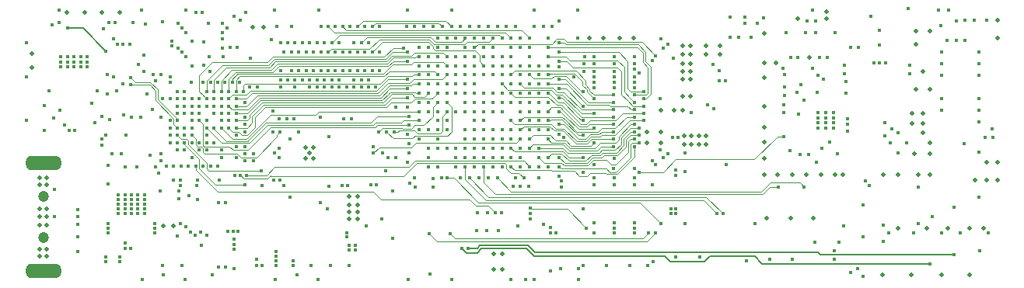
<source format=gbr>
G04 (created by PCBNEW (2013-07-07 BZR 4022)-stable) date 27/11/2015 23:20:48*
%MOIN*%
G04 Gerber Fmt 3.4, Leading zero omitted, Abs format*
%FSLAX34Y34*%
G01*
G70*
G90*
G04 APERTURE LIST*
%ADD10C,0.00590551*%
%ADD11C,0.019685*%
%ADD12C,0.0472441*%
%ADD13O,0.15748X0.0629921*%
%ADD14C,0.015748*%
%ADD15C,0.00393701*%
%ADD16C,0.00787402*%
G04 APERTURE END LIST*
G54D10*
G54D11*
X62539Y-59232D03*
X62893Y-59232D03*
X62893Y-58562D03*
X62539Y-58562D03*
X56358Y-56082D03*
X56712Y-56082D03*
X56712Y-56437D03*
X56358Y-56437D03*
X56358Y-56751D03*
X56712Y-56751D03*
X56712Y-57066D03*
X56358Y-57066D03*
X70629Y-52381D03*
X70275Y-52381D03*
X69704Y-52381D03*
X71653Y-53838D03*
X71653Y-53484D03*
X70708Y-53838D03*
X70708Y-53484D03*
X71023Y-53484D03*
X71338Y-53484D03*
X71338Y-53838D03*
X71023Y-53838D03*
X69704Y-53307D03*
X69704Y-53779D03*
X70629Y-51771D03*
X70984Y-51771D03*
X71653Y-49606D03*
X72244Y-49606D03*
X70629Y-49606D03*
X70984Y-49606D03*
X70984Y-50000D03*
X70629Y-50000D03*
X70984Y-50728D03*
X70629Y-50728D03*
X70984Y-51062D03*
X70629Y-51062D03*
X83188Y-55393D03*
X83661Y-55393D03*
X83661Y-54606D03*
X42736Y-50551D03*
X42736Y-49940D03*
X46496Y-48188D03*
X45748Y-48188D03*
X44251Y-48188D03*
X45000Y-48188D03*
X52677Y-48818D03*
X52204Y-48818D03*
X48818Y-57362D03*
X48385Y-57362D03*
X79881Y-57440D03*
X76259Y-57007D03*
X75275Y-57007D03*
X74251Y-57007D03*
X69114Y-53779D03*
X69114Y-53307D03*
X67952Y-49271D03*
X68543Y-49271D03*
X67244Y-49271D03*
X66653Y-49271D03*
X80472Y-52952D03*
X80472Y-52519D03*
X76062Y-50118D03*
X74645Y-50354D03*
X84133Y-54606D03*
X84133Y-55393D03*
X84133Y-49291D03*
X84133Y-48503D03*
X76811Y-48149D03*
X80629Y-48996D03*
X80629Y-49566D03*
X80944Y-52952D03*
X80944Y-53346D03*
X81259Y-48996D03*
X80944Y-50708D03*
X80629Y-51496D03*
X81259Y-51496D03*
X80944Y-52519D03*
X81259Y-53779D03*
X80590Y-54251D03*
X81259Y-54251D03*
X79251Y-55157D03*
X79881Y-55157D03*
X76811Y-48464D03*
X75590Y-48464D03*
X74133Y-49094D03*
X74133Y-50354D03*
X74133Y-54448D03*
X43070Y-58346D03*
X43385Y-58346D03*
X43385Y-58661D03*
X43070Y-58661D03*
X43385Y-57322D03*
X43070Y-57322D03*
X43070Y-56614D03*
X43385Y-56614D03*
X43385Y-56968D03*
X43070Y-56968D03*
X43070Y-55590D03*
X43385Y-55590D03*
X43385Y-55275D03*
X43070Y-55275D03*
X81102Y-57440D03*
X82007Y-57440D03*
X82952Y-57440D03*
X83543Y-57440D03*
X82952Y-59448D03*
X81732Y-59448D03*
X79212Y-59448D03*
X80433Y-59448D03*
X72244Y-50000D03*
X71653Y-50000D03*
X70629Y-50393D03*
X70984Y-50393D03*
X80748Y-55157D03*
X81259Y-55157D03*
X74133Y-50984D03*
X74133Y-52224D03*
X74133Y-53110D03*
X74133Y-53740D03*
X77500Y-55157D03*
X77165Y-55157D03*
X76574Y-55157D03*
X75354Y-55157D03*
X75944Y-55157D03*
X74724Y-55157D03*
X54468Y-54448D03*
X54468Y-53976D03*
X54822Y-53976D03*
X54822Y-54448D03*
X54645Y-54212D03*
G54D12*
X43228Y-56082D03*
G54D13*
X43228Y-54665D03*
X43228Y-59271D03*
G54D12*
X43228Y-57854D03*
G54D11*
X74133Y-55157D03*
G54D14*
X67716Y-51181D03*
X66850Y-51181D03*
X68582Y-51181D03*
X70354Y-55196D03*
X70354Y-54960D03*
X57283Y-55570D03*
X57519Y-55570D03*
X53149Y-54212D03*
X55757Y-50679D03*
X55757Y-49891D03*
X55472Y-53503D03*
X55600Y-51387D03*
X57017Y-50679D03*
X53238Y-48789D03*
X54970Y-51387D03*
X54025Y-51387D03*
X57017Y-49891D03*
X55127Y-48789D03*
X56230Y-51387D03*
X55757Y-48789D03*
X56860Y-51387D03*
X57017Y-48789D03*
X57490Y-51387D03*
X57647Y-48789D03*
X56387Y-48789D03*
X59744Y-50472D03*
X51870Y-52047D03*
X59744Y-52440D03*
X59744Y-53228D03*
X50708Y-51200D03*
X59744Y-51259D03*
X65059Y-48799D03*
X62500Y-49685D03*
X63681Y-49685D03*
X60137Y-49685D03*
X61318Y-49685D03*
X59153Y-48799D03*
X75000Y-51397D03*
X76614Y-54015D03*
X55098Y-56358D03*
X55393Y-56633D03*
X51141Y-57598D03*
X51377Y-57598D03*
X63366Y-55649D03*
X65354Y-55216D03*
X51543Y-49692D03*
X52598Y-55629D03*
X51574Y-57598D03*
X60137Y-54015D03*
X62893Y-54409D03*
X63681Y-54015D03*
X59153Y-55295D03*
X64468Y-50472D03*
X53818Y-53622D03*
X45748Y-52657D03*
X64468Y-52440D03*
X61712Y-54409D03*
X49035Y-56200D03*
X49606Y-49409D03*
X49606Y-50492D03*
X64468Y-51259D03*
X64468Y-53228D03*
X76417Y-51633D03*
X75610Y-52559D03*
X61811Y-57559D03*
X70354Y-56830D03*
X56358Y-58385D03*
X56594Y-58385D03*
X56594Y-58188D03*
X56358Y-58188D03*
X71988Y-52303D03*
X83326Y-54173D03*
X71712Y-52165D03*
X72460Y-51122D03*
X72224Y-51122D03*
X70354Y-56614D03*
X70157Y-56614D03*
X70157Y-56830D03*
X64980Y-57637D03*
X51397Y-58149D03*
X65196Y-57637D03*
X75905Y-49055D03*
X76338Y-49055D03*
X51397Y-57933D03*
X64980Y-57421D03*
X64685Y-57283D03*
X51397Y-58366D03*
X44153Y-53031D03*
X44350Y-53248D03*
X46968Y-58307D03*
X44566Y-53248D03*
X46751Y-58307D03*
X46751Y-58070D03*
X56240Y-57637D03*
X56240Y-57834D03*
X64094Y-56830D03*
X64094Y-57066D03*
X48346Y-51889D03*
X44724Y-56653D03*
X44724Y-57283D03*
X48661Y-51889D03*
X58937Y-55511D03*
X49133Y-54783D03*
X50905Y-49311D03*
X50236Y-54094D03*
X72677Y-49251D03*
X51692Y-48503D03*
X50866Y-54409D03*
X73031Y-49251D03*
X51417Y-48346D03*
X50551Y-53779D03*
X73582Y-49251D03*
X51909Y-48169D03*
X51496Y-54409D03*
X60137Y-52047D03*
X57618Y-53307D03*
X60531Y-52047D03*
X57952Y-53307D03*
X60531Y-52440D03*
X58287Y-53307D03*
X49291Y-52204D03*
X45984Y-51673D03*
X45748Y-53877D03*
X44724Y-58464D03*
X45748Y-53622D03*
X44724Y-57834D03*
X75000Y-51751D03*
X75708Y-51279D03*
X76043Y-54271D03*
X81259Y-58976D03*
X81968Y-49370D03*
X61181Y-58307D03*
X61318Y-53622D03*
X61437Y-58307D03*
X82263Y-58582D03*
X82362Y-49370D03*
X61712Y-53622D03*
X75846Y-55669D03*
X62696Y-55295D03*
X76299Y-58051D03*
X62106Y-54409D03*
X60137Y-54803D03*
X67381Y-59055D03*
X69389Y-58877D03*
X60925Y-54015D03*
X69724Y-57244D03*
X60531Y-55295D03*
X70334Y-58700D03*
X60925Y-54803D03*
X71377Y-58700D03*
X61122Y-55295D03*
X61318Y-54803D03*
X72125Y-56830D03*
X61515Y-55295D03*
X72381Y-56830D03*
X74744Y-55669D03*
X62106Y-54803D03*
X79251Y-57322D03*
X62500Y-54015D03*
X80551Y-57637D03*
X61318Y-53228D03*
X81358Y-56948D03*
X62500Y-53622D03*
X81751Y-57637D03*
X62106Y-53622D03*
X62500Y-53228D03*
X82263Y-56535D03*
X83346Y-56102D03*
X62106Y-53228D03*
X61712Y-53228D03*
X82559Y-57637D03*
X78366Y-57834D03*
X62500Y-54803D03*
X62106Y-54015D03*
X79468Y-57637D03*
X62500Y-54409D03*
X77559Y-57362D03*
X77342Y-58051D03*
X61318Y-54015D03*
X74370Y-58779D03*
X61909Y-55295D03*
X73385Y-58858D03*
X61712Y-54803D03*
X69192Y-57637D03*
X60688Y-57677D03*
X61318Y-54409D03*
X75354Y-58779D03*
X62303Y-55295D03*
X64094Y-56574D03*
X63287Y-54409D03*
X66515Y-57440D03*
X63681Y-50866D03*
X60531Y-52834D03*
X63287Y-51259D03*
X63681Y-50472D03*
X60137Y-53622D03*
X54025Y-51072D03*
X61318Y-51259D03*
X54183Y-49891D03*
X62303Y-48799D03*
X63090Y-48799D03*
X54025Y-49498D03*
X53405Y-50679D03*
X60137Y-49291D03*
X59940Y-48799D03*
X53001Y-49340D03*
X61712Y-50866D03*
X54183Y-50679D03*
X53710Y-49498D03*
X61515Y-48799D03*
X53710Y-51072D03*
X64074Y-50078D03*
X53868Y-49891D03*
X61909Y-48799D03*
X53868Y-50679D03*
X61712Y-51259D03*
X59547Y-48799D03*
X53395Y-49498D03*
X59744Y-49685D03*
X53395Y-51072D03*
X61122Y-48799D03*
X53553Y-49891D03*
X63484Y-48799D03*
X54340Y-49498D03*
X64271Y-48799D03*
X54498Y-49891D03*
X64665Y-48799D03*
X54655Y-49498D03*
X54655Y-51072D03*
X60925Y-50472D03*
X61318Y-50472D03*
X54970Y-51072D03*
X55600Y-51072D03*
X62893Y-50472D03*
X62893Y-49291D03*
X55600Y-49498D03*
X56702Y-50679D03*
X62106Y-50078D03*
X56702Y-49891D03*
X60531Y-49291D03*
X56702Y-48789D03*
X60728Y-48799D03*
X61712Y-50078D03*
X56545Y-51387D03*
X60334Y-48799D03*
X57332Y-48789D03*
X62106Y-49685D03*
X57175Y-51387D03*
X63287Y-50078D03*
X55442Y-50679D03*
X55442Y-49891D03*
X62500Y-49291D03*
X63287Y-49291D03*
X55442Y-48789D03*
X62500Y-50866D03*
X55285Y-51387D03*
X56072Y-48789D03*
X64074Y-49291D03*
X62106Y-50866D03*
X55915Y-51387D03*
X60925Y-49291D03*
X56860Y-51072D03*
X61318Y-49291D03*
X56860Y-49498D03*
X56072Y-49891D03*
X64074Y-49685D03*
X62500Y-50472D03*
X56072Y-50679D03*
X62106Y-49291D03*
X54655Y-51387D03*
X57332Y-49891D03*
X62106Y-50472D03*
X62696Y-48799D03*
X57332Y-50679D03*
X60925Y-50866D03*
X54498Y-50679D03*
X61318Y-50866D03*
X54340Y-51072D03*
X61712Y-50472D03*
X54812Y-50679D03*
X61712Y-49291D03*
X54812Y-49891D03*
X66377Y-54409D03*
X63287Y-54015D03*
X65354Y-51062D03*
X67677Y-52047D03*
X66850Y-51889D03*
X64862Y-50866D03*
X66377Y-51574D03*
X64074Y-50866D03*
X67677Y-52677D03*
X65354Y-51850D03*
X65354Y-49881D03*
X68976Y-51574D03*
X65354Y-51456D03*
X66377Y-52204D03*
X67677Y-52362D03*
X63681Y-51259D03*
X67677Y-51732D03*
X63287Y-50866D03*
X68582Y-51732D03*
X64862Y-49685D03*
X65354Y-49488D03*
X68976Y-51889D03*
X62893Y-51259D03*
X66850Y-52519D03*
X64862Y-50078D03*
X68582Y-52047D03*
X66850Y-53779D03*
X64074Y-53622D03*
X68582Y-53937D03*
X63287Y-54803D03*
X64862Y-51653D03*
X66377Y-52834D03*
X64862Y-52440D03*
X67677Y-52992D03*
X67677Y-53937D03*
X64074Y-54015D03*
X65354Y-54803D03*
X68779Y-53779D03*
X64862Y-52834D03*
X66377Y-53464D03*
X67677Y-53622D03*
X63681Y-53228D03*
X67677Y-53307D03*
X65354Y-52992D03*
X64468Y-54409D03*
X68582Y-53622D03*
X65354Y-52440D03*
X66850Y-53149D03*
X65354Y-54409D03*
X68779Y-53464D03*
X63287Y-51653D03*
X68976Y-52519D03*
X64468Y-54015D03*
X68779Y-53149D03*
X68582Y-52362D03*
X64862Y-51259D03*
X68582Y-52992D03*
X64862Y-53622D03*
X59350Y-53228D03*
X77263Y-54251D03*
X54192Y-53307D03*
X59744Y-52047D03*
X79340Y-50364D03*
X63681Y-54803D03*
X79251Y-58011D03*
X49094Y-55374D03*
X64468Y-52047D03*
X52244Y-54566D03*
X64862Y-52047D03*
X64862Y-54803D03*
X67677Y-54881D03*
X63287Y-52047D03*
X49842Y-55374D03*
X50777Y-55393D03*
X64074Y-52834D03*
X63287Y-53622D03*
X68582Y-54881D03*
X78464Y-55433D03*
X78828Y-50364D03*
X66377Y-55039D03*
X63484Y-55295D03*
X79084Y-50364D03*
X78641Y-55610D03*
X66850Y-54724D03*
X62893Y-53622D03*
X49606Y-53464D03*
X53385Y-53307D03*
X51496Y-52204D03*
X59350Y-51259D03*
X51496Y-52519D03*
X59350Y-51653D03*
X51496Y-53149D03*
X58858Y-51850D03*
X60137Y-51653D03*
X51181Y-53149D03*
X50866Y-53149D03*
X59350Y-52440D03*
X51181Y-52519D03*
X60137Y-52834D03*
X50866Y-52519D03*
X59350Y-53622D03*
X50551Y-52519D03*
X58858Y-54606D03*
X50236Y-53149D03*
X59350Y-52834D03*
X51496Y-52834D03*
X59744Y-51653D03*
X53090Y-52421D03*
X60531Y-51653D03*
X50866Y-52204D03*
X50551Y-53149D03*
X58897Y-52637D03*
X50866Y-52834D03*
X58897Y-54212D03*
X49448Y-54783D03*
X49291Y-53779D03*
X51889Y-55590D03*
X50236Y-51574D03*
X58858Y-49881D03*
X50236Y-51889D03*
X58681Y-49724D03*
X51338Y-51200D03*
X60531Y-50472D03*
X51811Y-51574D03*
X59350Y-50866D03*
X60137Y-50866D03*
X51496Y-51574D03*
X51496Y-51889D03*
X60531Y-50866D03*
X51181Y-52204D03*
X58858Y-51456D03*
X50551Y-52204D03*
X60925Y-52440D03*
X49921Y-52834D03*
X58897Y-53031D03*
X60531Y-50078D03*
X50551Y-51574D03*
X50551Y-51889D03*
X60925Y-51259D03*
X60925Y-51653D03*
X50236Y-52204D03*
X59350Y-50078D03*
X50866Y-51574D03*
X60531Y-51259D03*
X50866Y-51889D03*
X58858Y-50275D03*
X51181Y-51574D03*
X51181Y-51889D03*
X58858Y-51062D03*
X64074Y-54803D03*
X51948Y-55177D03*
X63838Y-55295D03*
X51692Y-55177D03*
X50866Y-54094D03*
X63681Y-53622D03*
X57381Y-54232D03*
X58208Y-55866D03*
X64035Y-55649D03*
X51437Y-55177D03*
X62598Y-56771D03*
X49763Y-54783D03*
X49606Y-54409D03*
X49606Y-53779D03*
X51181Y-52834D03*
X58897Y-53818D03*
X50354Y-50098D03*
X63287Y-53228D03*
X50255Y-57736D03*
X50905Y-49035D03*
X49291Y-54094D03*
X62893Y-53228D03*
X48996Y-49704D03*
X48996Y-48641D03*
X49291Y-53149D03*
X49114Y-57263D03*
X49744Y-57736D03*
X49291Y-53464D03*
X49173Y-49901D03*
X49173Y-48838D03*
X62893Y-54803D03*
X49291Y-51574D03*
X49921Y-53779D03*
X50078Y-54783D03*
X49822Y-55629D03*
X49094Y-55629D03*
X48818Y-54783D03*
X48326Y-48582D03*
X48740Y-49606D03*
X48740Y-49409D03*
X51023Y-51200D03*
X50078Y-51200D03*
X48976Y-51574D03*
X46003Y-54763D03*
X51870Y-53307D03*
X51870Y-52677D03*
X50708Y-54783D03*
X49921Y-51889D03*
X48976Y-53779D03*
X62874Y-56771D03*
X62283Y-56771D03*
X61850Y-56771D03*
X67716Y-50393D03*
X66850Y-57224D03*
X67716Y-57224D03*
X67716Y-57440D03*
X68582Y-57440D03*
X68582Y-57224D03*
X66377Y-56614D03*
X68582Y-55590D03*
X68582Y-57657D03*
X67716Y-57657D03*
X66850Y-57657D03*
X66850Y-50078D03*
X67716Y-55590D03*
X68582Y-55275D03*
X67716Y-55275D03*
X68582Y-51417D03*
X67716Y-51417D03*
X66850Y-51417D03*
X67716Y-50708D03*
X67716Y-50944D03*
X68582Y-50944D03*
X66850Y-50944D03*
X68582Y-50629D03*
X66850Y-50708D03*
X68582Y-50078D03*
X67716Y-50078D03*
X66850Y-55275D03*
X68582Y-50393D03*
X66850Y-50393D03*
X66850Y-55590D03*
X62755Y-57559D03*
X62244Y-57559D03*
X63267Y-59645D03*
X63897Y-59645D03*
X55472Y-55649D03*
X56043Y-55610D03*
X56279Y-55610D03*
X57086Y-57342D03*
X58208Y-57874D03*
X57755Y-57066D03*
X55531Y-59035D03*
X56358Y-59035D03*
X54704Y-59035D03*
X72500Y-54724D03*
X71023Y-52480D03*
X70728Y-54212D03*
X70748Y-55019D03*
X69685Y-51889D03*
X72224Y-50688D03*
X71929Y-50433D03*
X70255Y-50137D03*
X59744Y-50866D03*
X66161Y-59645D03*
X66161Y-59173D03*
X47066Y-48602D03*
X75000Y-50846D03*
X75846Y-51968D03*
X76377Y-54625D03*
X60137Y-53228D03*
X75688Y-54271D03*
X80314Y-48031D03*
X74114Y-48425D03*
X64468Y-51653D03*
X66141Y-49271D03*
X66456Y-50078D03*
X66417Y-50393D03*
X56437Y-52736D03*
X63287Y-50472D03*
X59744Y-54803D03*
X59940Y-55334D03*
X61712Y-52834D03*
X57775Y-54232D03*
X58011Y-54409D03*
X58326Y-54409D03*
X49330Y-48070D03*
X49566Y-51200D03*
X49606Y-53149D03*
X64468Y-55275D03*
X76761Y-52923D03*
X77096Y-52923D03*
X76427Y-52923D03*
X76427Y-53139D03*
X77096Y-53139D03*
X76761Y-53139D03*
X76761Y-52470D03*
X77096Y-52470D03*
X76427Y-52470D03*
X76427Y-52706D03*
X77096Y-52706D03*
X76761Y-52706D03*
X83661Y-48503D03*
X82716Y-53818D03*
X83326Y-52874D03*
X83326Y-52381D03*
X83917Y-53188D03*
X76220Y-48070D03*
X82027Y-48070D03*
X81594Y-48070D03*
X78700Y-48366D03*
X74990Y-52135D03*
X74950Y-50580D03*
X76210Y-50580D03*
X75246Y-54124D03*
X76958Y-53750D03*
X75580Y-50103D03*
X75265Y-50103D03*
X76525Y-50103D03*
X76840Y-50103D03*
X76663Y-51053D03*
X75068Y-49064D03*
X77175Y-49064D03*
X76427Y-50895D03*
X77627Y-51643D03*
X77627Y-51151D03*
X77568Y-50462D03*
X77568Y-50816D03*
X77844Y-49675D03*
X78179Y-49675D03*
X79084Y-49576D03*
X79084Y-48946D03*
X79616Y-53198D03*
X79301Y-52903D03*
X79301Y-53474D03*
X79891Y-53356D03*
X80246Y-53789D03*
X79537Y-53789D03*
X79891Y-54202D03*
X80364Y-50462D03*
X80364Y-50816D03*
X62893Y-54015D03*
X43700Y-56968D03*
X51397Y-59192D03*
X63681Y-55649D03*
X70748Y-57244D03*
X69133Y-59055D03*
X68366Y-59055D03*
X69724Y-49311D03*
X43700Y-55787D03*
X44724Y-56968D03*
X73307Y-48385D03*
X48385Y-59448D03*
X47460Y-59645D03*
X49311Y-59645D03*
X54094Y-59448D03*
X53169Y-59645D03*
X55019Y-59645D03*
X59803Y-59429D03*
X58877Y-59645D03*
X60728Y-59645D03*
X64291Y-59645D03*
X65433Y-55688D03*
X65964Y-50964D03*
X66141Y-48070D03*
X64271Y-48070D03*
X60748Y-48070D03*
X58858Y-48070D03*
X55039Y-48070D03*
X53149Y-48070D03*
X47440Y-48070D03*
X42500Y-52834D03*
X42500Y-50944D03*
X42500Y-49488D03*
X43897Y-48070D03*
X64980Y-59271D03*
X70433Y-53543D03*
X70216Y-53543D03*
X69350Y-55590D03*
X64468Y-54803D03*
X63681Y-52440D03*
X65354Y-50511D03*
X60137Y-51259D03*
X59350Y-49685D03*
X64074Y-53228D03*
X62106Y-51653D03*
X61712Y-51653D03*
X62500Y-50078D03*
X50905Y-48641D03*
X73759Y-57244D03*
X80748Y-55669D03*
X80748Y-57244D03*
X44842Y-50098D03*
X44842Y-50531D03*
X44842Y-50314D03*
X44271Y-50098D03*
X44271Y-50531D03*
X44271Y-50314D03*
X44547Y-50098D03*
X44547Y-50531D03*
X44547Y-50314D03*
X45118Y-50098D03*
X45118Y-50531D03*
X45118Y-50314D03*
X43976Y-50314D03*
X43976Y-50531D03*
X43976Y-50098D03*
X53208Y-58444D03*
X49330Y-57401D03*
X49547Y-57618D03*
X48011Y-57657D03*
X48011Y-57460D03*
X48976Y-57795D03*
X48011Y-57263D03*
X47283Y-56023D03*
X47283Y-56830D03*
X47283Y-56417D03*
X47283Y-56220D03*
X47283Y-56633D03*
X46732Y-56023D03*
X46732Y-56830D03*
X46732Y-56417D03*
X46732Y-56220D03*
X46732Y-56633D03*
X47578Y-56633D03*
X47578Y-56220D03*
X47578Y-56417D03*
X47578Y-56830D03*
X47578Y-56023D03*
X47007Y-56023D03*
X47007Y-56830D03*
X47007Y-56417D03*
X47007Y-56220D03*
X47007Y-56633D03*
X46437Y-56633D03*
X46437Y-56220D03*
X46437Y-56417D03*
X46437Y-56830D03*
X46437Y-56023D03*
X77145Y-58779D03*
X77145Y-58425D03*
X78366Y-56456D03*
X83366Y-58425D03*
X60137Y-50472D03*
X61712Y-54015D03*
X63681Y-54409D03*
X83759Y-57657D03*
X50314Y-48641D03*
X58858Y-53425D03*
X62893Y-50866D03*
X64862Y-50472D03*
X55127Y-49891D03*
X56545Y-51072D03*
X55915Y-49498D03*
X56387Y-49891D03*
X46299Y-48602D03*
X51043Y-59133D03*
X50728Y-59133D03*
X52362Y-58779D03*
X53208Y-59035D03*
X53956Y-58838D03*
X53956Y-59035D03*
X53208Y-58838D03*
X53208Y-58641D03*
X58858Y-52244D03*
X51496Y-53464D03*
X50374Y-50708D03*
X51870Y-54566D03*
X46181Y-54251D03*
X46062Y-52795D03*
X64862Y-53228D03*
X64074Y-52440D03*
X55098Y-52696D03*
X56102Y-52736D03*
X53110Y-55393D03*
X53543Y-55629D03*
X53818Y-56102D03*
X51043Y-56338D03*
X50728Y-56338D03*
X59350Y-52047D03*
X65334Y-48562D03*
X61318Y-51653D03*
X64074Y-50472D03*
X46377Y-51555D03*
X47539Y-50728D03*
X46259Y-50944D03*
X58799Y-48789D03*
X55285Y-49498D03*
X56387Y-50679D03*
X55127Y-50679D03*
X55285Y-51072D03*
X55915Y-51072D03*
X57175Y-51072D03*
X57175Y-49498D03*
X57647Y-50679D03*
X57647Y-49891D03*
X53868Y-48789D03*
X56545Y-49498D03*
X53395Y-51387D03*
X59350Y-50472D03*
X60531Y-49685D03*
X63287Y-49685D03*
X63681Y-49291D03*
X60137Y-52440D03*
X60531Y-54015D03*
X60531Y-53228D03*
X62106Y-52834D03*
X62500Y-52047D03*
X62106Y-52047D03*
X61712Y-52047D03*
X61318Y-52047D03*
X49842Y-56220D03*
X48661Y-50944D03*
X47618Y-48700D03*
X51653Y-51200D03*
X51870Y-53937D03*
X51870Y-52992D03*
X49606Y-52519D03*
X48051Y-51102D03*
X47677Y-51673D03*
X45433Y-52933D03*
X48976Y-52204D03*
X47007Y-52677D03*
X48031Y-54822D03*
X47401Y-52677D03*
X48503Y-54783D03*
X48169Y-55098D03*
X48818Y-55393D03*
X50393Y-54783D03*
X51496Y-53937D03*
X52086Y-51397D03*
X52401Y-51397D03*
X49960Y-57618D03*
X47952Y-50866D03*
X48267Y-50866D03*
X46043Y-48602D03*
X45807Y-48897D03*
X43681Y-52716D03*
X43267Y-53248D03*
X43267Y-52185D03*
X45551Y-51535D03*
X45295Y-52086D03*
X47795Y-54330D03*
X48287Y-54566D03*
X45984Y-50866D03*
X46633Y-51259D03*
X47303Y-50413D03*
X46791Y-53444D03*
X45925Y-53444D03*
X50098Y-49468D03*
X50098Y-50452D03*
X50905Y-49704D03*
X53090Y-53307D03*
X48976Y-51889D03*
X48976Y-52519D03*
X49921Y-54094D03*
X51870Y-54251D03*
X50393Y-51200D03*
X64862Y-49291D03*
X43917Y-48602D03*
X49468Y-56062D03*
X49035Y-55866D03*
X48346Y-59055D03*
X49173Y-59055D03*
X64074Y-51259D03*
X61318Y-50078D03*
X69488Y-54724D03*
X61712Y-49685D03*
X69488Y-50039D03*
X69330Y-50236D03*
X69330Y-54566D03*
X64468Y-50866D03*
X69822Y-54409D03*
X69822Y-49724D03*
X60137Y-50078D03*
X70019Y-54251D03*
X70019Y-49547D03*
X59744Y-50078D03*
X78149Y-59173D03*
X59744Y-54409D03*
X66377Y-59055D03*
X76338Y-48543D03*
X77706Y-53001D03*
X49783Y-48169D03*
X49606Y-52204D03*
X77854Y-59350D03*
X59744Y-54015D03*
X65393Y-59173D03*
X75984Y-48543D03*
X77706Y-53277D03*
X50039Y-48169D03*
X49606Y-51889D03*
X62500Y-51653D03*
X82755Y-49370D03*
X65354Y-50275D03*
X68976Y-52204D03*
X64862Y-54409D03*
X68582Y-53307D03*
X48661Y-53779D03*
X46574Y-54251D03*
X49606Y-52834D03*
X53346Y-52755D03*
X53661Y-52755D03*
X48661Y-53464D03*
X52578Y-54980D03*
X48976Y-53464D03*
X50236Y-53464D03*
X52244Y-54251D03*
X73307Y-48661D03*
X49350Y-49035D03*
X51102Y-48838D03*
X49291Y-52519D03*
X46673Y-52578D03*
X72677Y-48385D03*
X73858Y-48661D03*
X51259Y-49685D03*
X49350Y-50098D03*
X53385Y-55393D03*
X59173Y-55688D03*
X52125Y-50137D03*
X47539Y-50019D03*
X43937Y-52401D03*
X53976Y-52755D03*
X48976Y-54094D03*
X48287Y-52677D03*
X48661Y-53149D03*
X48287Y-54251D03*
X47893Y-52362D03*
X48661Y-52834D03*
X82755Y-48503D03*
X82362Y-48543D03*
X81712Y-48740D03*
X53346Y-54015D03*
X53346Y-54409D03*
X43484Y-51535D03*
X44291Y-48858D03*
X45925Y-49842D03*
X46023Y-55551D03*
X47244Y-54803D03*
X46751Y-54803D03*
X48248Y-55866D03*
X46023Y-57263D03*
X46023Y-57657D03*
X46023Y-57460D03*
X50000Y-58188D03*
X45905Y-58700D03*
X52362Y-59035D03*
X52598Y-59035D03*
X46496Y-58700D03*
X45905Y-58897D03*
X46496Y-58897D03*
X83149Y-48503D03*
X75531Y-51633D03*
X65354Y-53425D03*
X46968Y-50984D03*
X48976Y-52834D03*
X48976Y-53149D03*
X46968Y-51299D03*
X67716Y-54468D03*
X64468Y-52834D03*
X74990Y-52490D03*
X68779Y-50787D03*
X59940Y-55688D03*
X59763Y-57677D03*
X69468Y-57637D03*
X69665Y-54094D03*
X78385Y-59527D03*
X77706Y-52746D03*
X50236Y-53779D03*
X50472Y-59448D03*
X83326Y-50885D03*
X83937Y-53562D03*
X64074Y-52047D03*
X81751Y-49881D03*
X50944Y-50098D03*
X50236Y-52834D03*
X83326Y-51889D03*
X83602Y-53562D03*
X63681Y-52047D03*
X81751Y-50885D03*
X49921Y-52519D03*
X64074Y-51653D03*
X83326Y-49881D03*
X81751Y-51870D03*
X49291Y-51889D03*
X83326Y-50374D03*
X63681Y-51653D03*
X81751Y-50374D03*
X49921Y-52204D03*
X48661Y-51200D03*
X81751Y-52381D03*
X68582Y-52677D03*
X63681Y-52834D03*
X63287Y-52834D03*
X68976Y-52834D03*
X74990Y-53513D03*
X68779Y-55039D03*
X65433Y-55433D03*
X60295Y-55295D03*
X65551Y-53543D03*
X58326Y-52244D03*
X57893Y-54980D03*
X62893Y-52440D03*
X62500Y-52440D03*
X62106Y-52440D03*
X61712Y-52440D03*
X61318Y-52440D03*
X62893Y-52047D03*
X62893Y-51653D03*
X46948Y-49566D03*
X46653Y-49566D03*
X46417Y-49566D03*
X46259Y-49311D03*
X43602Y-48720D03*
X63562Y-57342D03*
X66397Y-50708D03*
X60925Y-54409D03*
X57381Y-53956D03*
X62893Y-50078D03*
X60925Y-50078D03*
X54970Y-49498D03*
G54D15*
X58651Y-53179D02*
X59005Y-53179D01*
X59005Y-53179D02*
X59064Y-53120D01*
X57775Y-53149D02*
X58622Y-53149D01*
X58622Y-53149D02*
X58651Y-53179D01*
X59064Y-53120D02*
X59153Y-53031D01*
X59153Y-53031D02*
X59547Y-53031D01*
X59547Y-53031D02*
X59940Y-52637D01*
X59940Y-52637D02*
X59940Y-52244D01*
X59940Y-52244D02*
X60137Y-52047D01*
X57775Y-53149D02*
X57618Y-53307D01*
X60728Y-53159D02*
X60728Y-53307D01*
X60728Y-53307D02*
X60561Y-53474D01*
X59163Y-53474D02*
X59055Y-53582D01*
X60561Y-53474D02*
X59163Y-53474D01*
X58228Y-53582D02*
X59055Y-53582D01*
X59055Y-53582D02*
X59173Y-53464D01*
X60570Y-53464D02*
X60728Y-53307D01*
X60728Y-53159D02*
X60728Y-52244D01*
X60728Y-52244D02*
X60531Y-52047D01*
X58228Y-53582D02*
X57952Y-53307D01*
X59734Y-53385D02*
X59261Y-53385D01*
X59143Y-53267D02*
X58927Y-53267D01*
X59261Y-53385D02*
X59143Y-53267D01*
X58444Y-53307D02*
X58484Y-53267D01*
X58444Y-53307D02*
X58287Y-53307D01*
X58484Y-53267D02*
X58927Y-53267D01*
X59734Y-53385D02*
X60236Y-53385D01*
X60236Y-53385D02*
X60334Y-53287D01*
X60334Y-53287D02*
X60334Y-52637D01*
X60334Y-52637D02*
X60531Y-52440D01*
G54D10*
X64566Y-58661D02*
X69881Y-58661D01*
X69881Y-58661D02*
X70118Y-58897D01*
X70118Y-58897D02*
X71574Y-58897D01*
X71574Y-58897D02*
X71811Y-58661D01*
X71811Y-58661D02*
X73740Y-58661D01*
X73740Y-58661D02*
X74055Y-58976D01*
X74055Y-58976D02*
X78228Y-58976D01*
X78228Y-58976D02*
X81259Y-58976D01*
X64271Y-58661D02*
X64566Y-58661D01*
X61830Y-58503D02*
X61496Y-58503D01*
X62007Y-58326D02*
X61830Y-58503D01*
X63937Y-58326D02*
X62007Y-58326D01*
X64271Y-58661D02*
X63937Y-58326D01*
X61377Y-58503D02*
X61181Y-58307D01*
X61496Y-58503D02*
X61377Y-58503D01*
X64311Y-58484D02*
X64015Y-58188D01*
X64015Y-58188D02*
X61948Y-58188D01*
X61948Y-58188D02*
X61830Y-58307D01*
X61830Y-58307D02*
X61437Y-58307D01*
X65059Y-58484D02*
X64311Y-58484D01*
X81259Y-58582D02*
X82263Y-58582D01*
X79251Y-58582D02*
X81259Y-58582D01*
X65275Y-58484D02*
X76437Y-58484D01*
X65059Y-58484D02*
X65275Y-58484D01*
X76535Y-58582D02*
X79251Y-58582D01*
X76437Y-58484D02*
X76535Y-58582D01*
G54D15*
X63287Y-55885D02*
X74015Y-55885D01*
X74183Y-55718D02*
X74015Y-55885D01*
X74183Y-55718D02*
X74409Y-55492D01*
X74409Y-55492D02*
X75669Y-55492D01*
X75669Y-55492D02*
X75846Y-55669D01*
X63287Y-55885D02*
X62696Y-55295D01*
X62401Y-56338D02*
X61889Y-56338D01*
X60846Y-55295D02*
X60531Y-55295D01*
X61889Y-56338D02*
X60846Y-55295D01*
X68110Y-56338D02*
X68818Y-56338D01*
X68818Y-56338D02*
X69724Y-57244D01*
X65787Y-56338D02*
X68110Y-56338D01*
X62401Y-56338D02*
X65787Y-56338D01*
X71535Y-56240D02*
X62204Y-56240D01*
X62204Y-56240D02*
X62145Y-56181D01*
X61318Y-54803D02*
X61318Y-55354D01*
X61318Y-55354D02*
X62145Y-56181D01*
X71535Y-56240D02*
X72125Y-56830D01*
X62322Y-56102D02*
X71653Y-56102D01*
X71653Y-56102D02*
X72381Y-56830D01*
X62322Y-56102D02*
X61515Y-55295D01*
X62598Y-55984D02*
X74074Y-55984D01*
X74173Y-55885D02*
X74074Y-55984D01*
X74389Y-55669D02*
X74744Y-55669D01*
X74173Y-55885D02*
X74389Y-55669D01*
X62106Y-55492D02*
X62106Y-54803D01*
X62598Y-55984D02*
X62106Y-55492D01*
X69192Y-57637D02*
X68956Y-57874D01*
X60688Y-57677D02*
X60885Y-57874D01*
X68956Y-57874D02*
X60885Y-57874D01*
X64153Y-56633D02*
X64094Y-56574D01*
X64547Y-56633D02*
X65708Y-56633D01*
X65708Y-56633D02*
X66515Y-57440D01*
X64547Y-56633D02*
X64153Y-56633D01*
X62893Y-49291D02*
X62893Y-49271D01*
X62893Y-49271D02*
X62765Y-49143D01*
X62765Y-49143D02*
X55954Y-49143D01*
X55954Y-49143D02*
X55600Y-49498D01*
X56702Y-48789D02*
X56948Y-48543D01*
X60472Y-48543D02*
X60728Y-48799D01*
X56948Y-48543D02*
X60472Y-48543D01*
X60177Y-48641D02*
X60334Y-48799D01*
X57332Y-48789D02*
X57480Y-48641D01*
X57480Y-48641D02*
X60177Y-48641D01*
X60984Y-49537D02*
X61309Y-49537D01*
X61397Y-49448D02*
X62342Y-49448D01*
X61309Y-49537D02*
X61397Y-49448D01*
X55442Y-49891D02*
X55590Y-49744D01*
X55590Y-49744D02*
X57224Y-49744D01*
X59458Y-49340D02*
X59783Y-49340D01*
X58159Y-49340D02*
X57627Y-49340D01*
X57627Y-49340D02*
X57224Y-49744D01*
X58001Y-49340D02*
X58159Y-49340D01*
X58159Y-49340D02*
X59458Y-49340D01*
X59783Y-49340D02*
X59980Y-49537D01*
X59980Y-49537D02*
X60984Y-49537D01*
X62342Y-49448D02*
X62500Y-49291D01*
X63051Y-49055D02*
X63287Y-49291D01*
X55708Y-49055D02*
X63051Y-49055D01*
X55442Y-48789D02*
X55708Y-49055D01*
X56072Y-48789D02*
X56220Y-48937D01*
X56240Y-48956D02*
X63740Y-48956D01*
X56220Y-48937D02*
X56240Y-48956D01*
X63740Y-48956D02*
X64074Y-49291D01*
X59527Y-49251D02*
X59852Y-49251D01*
X59852Y-49251D02*
X60049Y-49448D01*
X61161Y-49448D02*
X61318Y-49291D01*
X60049Y-49448D02*
X61161Y-49448D01*
X57362Y-49251D02*
X59527Y-49251D01*
X57362Y-49251D02*
X57106Y-49251D01*
X57106Y-49251D02*
X56860Y-49498D01*
X57775Y-49448D02*
X59734Y-49448D01*
X59734Y-49448D02*
X59950Y-49665D01*
X59950Y-49665D02*
X59950Y-49734D01*
X59950Y-49734D02*
X60049Y-49832D01*
X60049Y-49832D02*
X61751Y-49832D01*
X57332Y-49891D02*
X57775Y-49448D01*
X61929Y-50295D02*
X62106Y-50472D01*
X61929Y-50009D02*
X61929Y-50295D01*
X61751Y-49832D02*
X61929Y-50009D01*
X66377Y-54409D02*
X65767Y-54409D01*
X65767Y-54409D02*
X65521Y-54163D01*
X63435Y-54163D02*
X63287Y-54015D01*
X65521Y-54163D02*
X63435Y-54163D01*
X67480Y-52047D02*
X67677Y-52047D01*
X65354Y-51062D02*
X65610Y-51062D01*
X65610Y-51062D02*
X66240Y-51692D01*
X66240Y-51692D02*
X66594Y-52047D01*
X67480Y-52047D02*
X66594Y-52047D01*
X65669Y-50807D02*
X66023Y-50807D01*
X66358Y-51318D02*
X66535Y-51496D01*
X66358Y-51141D02*
X66358Y-51318D01*
X66023Y-50807D02*
X66358Y-51141D01*
X66535Y-51496D02*
X66535Y-51535D01*
X65629Y-50807D02*
X65669Y-50807D01*
X66850Y-51889D02*
X66830Y-51889D01*
X66830Y-51889D02*
X66535Y-51594D01*
X64862Y-50866D02*
X64901Y-50866D01*
X64960Y-50807D02*
X65629Y-50807D01*
X64901Y-50866D02*
X64960Y-50807D01*
X66535Y-51535D02*
X66535Y-51594D01*
X65236Y-50905D02*
X65629Y-50905D01*
X66299Y-51574D02*
X66377Y-51574D01*
X65629Y-50905D02*
X66299Y-51574D01*
X64232Y-51023D02*
X65019Y-51023D01*
X64074Y-50866D02*
X64232Y-51023D01*
X65137Y-50905D02*
X65236Y-50905D01*
X65019Y-51023D02*
X65137Y-50905D01*
X67480Y-52677D02*
X67677Y-52677D01*
X66181Y-52559D02*
X66240Y-52618D01*
X65472Y-51850D02*
X66181Y-52559D01*
X65354Y-51850D02*
X65472Y-51850D01*
X66299Y-52677D02*
X67480Y-52677D01*
X67480Y-52677D02*
X67500Y-52677D01*
X66279Y-52657D02*
X66299Y-52677D01*
X66240Y-52618D02*
X66279Y-52657D01*
X68976Y-51574D02*
X68405Y-51574D01*
X65354Y-49881D02*
X67519Y-49881D01*
X67893Y-49881D02*
X68287Y-50275D01*
X68287Y-50275D02*
X68287Y-51456D01*
X68287Y-51456D02*
X68405Y-51574D01*
X67519Y-49881D02*
X67893Y-49881D01*
X66377Y-52204D02*
X66259Y-52086D01*
X65629Y-51456D02*
X66259Y-52086D01*
X65354Y-51456D02*
X65629Y-51456D01*
X67677Y-52362D02*
X67500Y-52362D01*
X64645Y-51407D02*
X65068Y-51407D01*
X65551Y-51614D02*
X66299Y-52362D01*
X65275Y-51614D02*
X65551Y-51614D01*
X65068Y-51407D02*
X65275Y-51614D01*
X67500Y-52362D02*
X66299Y-52362D01*
X63681Y-51259D02*
X63828Y-51407D01*
X63828Y-51407D02*
X64645Y-51407D01*
X64645Y-51407D02*
X64921Y-51407D01*
X65787Y-50688D02*
X66062Y-50688D01*
X66476Y-51299D02*
X66653Y-51476D01*
X66476Y-51102D02*
X66476Y-51299D01*
X66062Y-50688D02*
X66476Y-51102D01*
X65590Y-50688D02*
X65787Y-50688D01*
X66653Y-51476D02*
X66653Y-51496D01*
X67460Y-51732D02*
X67677Y-51732D01*
X63287Y-50846D02*
X63444Y-50688D01*
X63444Y-50688D02*
X65590Y-50688D01*
X66653Y-51496D02*
X66653Y-51555D01*
X66653Y-51555D02*
X66830Y-51732D01*
X66830Y-51732D02*
X67460Y-51732D01*
X63287Y-50866D02*
X63287Y-50846D01*
X69153Y-50964D02*
X69153Y-50551D01*
X69153Y-50551D02*
X68937Y-50334D01*
X68858Y-51732D02*
X69074Y-51732D01*
X68700Y-49685D02*
X68937Y-49921D01*
X68503Y-49685D02*
X68700Y-49685D01*
X68858Y-51732D02*
X68582Y-51732D01*
X68937Y-50334D02*
X68937Y-49921D01*
X69153Y-51653D02*
X69153Y-50964D01*
X69074Y-51732D02*
X69153Y-51653D01*
X64862Y-49685D02*
X68503Y-49685D01*
X68503Y-49685D02*
X68661Y-49685D01*
X65354Y-49488D02*
X65551Y-49488D01*
X65629Y-49566D02*
X68740Y-49566D01*
X65551Y-49488D02*
X65629Y-49566D01*
X68740Y-49566D02*
X69055Y-49881D01*
X69271Y-50944D02*
X69271Y-50511D01*
X69271Y-50511D02*
X69055Y-50295D01*
X68976Y-51889D02*
X69074Y-51889D01*
X69055Y-50295D02*
X69055Y-49881D01*
X69271Y-51692D02*
X69271Y-50944D01*
X69074Y-51889D02*
X69271Y-51692D01*
X63543Y-51505D02*
X63139Y-51505D01*
X63139Y-51505D02*
X62893Y-51259D01*
X66653Y-52519D02*
X66850Y-52519D01*
X66299Y-52519D02*
X66653Y-52519D01*
X64921Y-51505D02*
X65009Y-51505D01*
X65482Y-51702D02*
X66240Y-52460D01*
X65206Y-51702D02*
X65482Y-51702D01*
X65009Y-51505D02*
X65206Y-51702D01*
X66240Y-52460D02*
X66299Y-52519D01*
X64783Y-51505D02*
X64862Y-51505D01*
X64862Y-51505D02*
X64921Y-51505D01*
X64921Y-51505D02*
X64931Y-51505D01*
X63543Y-51505D02*
X64783Y-51505D01*
X66732Y-50236D02*
X65807Y-50236D01*
X65807Y-50236D02*
X65649Y-50078D01*
X64862Y-50078D02*
X65649Y-50078D01*
X67598Y-50236D02*
X67854Y-50236D01*
X68129Y-51594D02*
X68385Y-51850D01*
X68129Y-50511D02*
X68129Y-51594D01*
X67854Y-50236D02*
X68129Y-50511D01*
X68385Y-51850D02*
X68582Y-52047D01*
X66673Y-50236D02*
X66732Y-50236D01*
X66732Y-50236D02*
X67598Y-50236D01*
X66003Y-53917D02*
X65846Y-53917D01*
X65196Y-53700D02*
X64960Y-53464D01*
X65629Y-53700D02*
X65196Y-53700D01*
X65846Y-53917D02*
X65629Y-53700D01*
X66555Y-53917D02*
X66712Y-53917D01*
X66712Y-53917D02*
X66850Y-53779D01*
X66003Y-53917D02*
X66555Y-53917D01*
X66555Y-53917D02*
X66653Y-53917D01*
X64527Y-53464D02*
X64960Y-53464D01*
X64960Y-53464D02*
X65078Y-53582D01*
X64074Y-53622D02*
X64232Y-53464D01*
X64232Y-53464D02*
X64527Y-53464D01*
X64527Y-53464D02*
X64862Y-53464D01*
X64468Y-54960D02*
X65019Y-54960D01*
X66555Y-55216D02*
X66673Y-55098D01*
X66220Y-55216D02*
X66555Y-55216D01*
X66003Y-55000D02*
X66220Y-55216D01*
X65059Y-55000D02*
X66003Y-55000D01*
X65019Y-54960D02*
X65059Y-55000D01*
X63444Y-54960D02*
X64468Y-54960D01*
X66673Y-55098D02*
X66751Y-55098D01*
X63287Y-54803D02*
X63444Y-54960D01*
X68582Y-54389D02*
X68582Y-54133D01*
X67844Y-55127D02*
X68582Y-54389D01*
X67372Y-55127D02*
X67844Y-55127D01*
X67342Y-55098D02*
X67372Y-55127D01*
X66751Y-55098D02*
X67342Y-55098D01*
X68582Y-53937D02*
X68582Y-54133D01*
X66377Y-52834D02*
X66299Y-52834D01*
X64901Y-51653D02*
X65314Y-52066D01*
X65314Y-52066D02*
X65531Y-52066D01*
X65531Y-52066D02*
X66141Y-52677D01*
X64862Y-51653D02*
X64901Y-51653D01*
X66299Y-52834D02*
X66141Y-52677D01*
X67460Y-52992D02*
X67677Y-52992D01*
X65649Y-52519D02*
X66220Y-53090D01*
X66220Y-53090D02*
X66555Y-53090D01*
X66555Y-53090D02*
X66653Y-52992D01*
X66653Y-52992D02*
X67460Y-52992D01*
X65649Y-52519D02*
X65511Y-52381D01*
X64862Y-52421D02*
X65019Y-52263D01*
X65019Y-52263D02*
X65177Y-52263D01*
X64862Y-52440D02*
X64862Y-52421D01*
X65393Y-52263D02*
X65511Y-52381D01*
X65177Y-52263D02*
X65393Y-52263D01*
X64222Y-53868D02*
X65521Y-53868D01*
X65767Y-54114D02*
X65885Y-54114D01*
X65521Y-53868D02*
X65767Y-54114D01*
X67677Y-53937D02*
X67460Y-53937D01*
X67145Y-53937D02*
X67460Y-53937D01*
X66968Y-54114D02*
X67145Y-53937D01*
X65885Y-54114D02*
X66968Y-54114D01*
X64074Y-54015D02*
X64222Y-53868D01*
X65925Y-54881D02*
X65433Y-54881D01*
X65433Y-54881D02*
X65354Y-54803D01*
X68464Y-53779D02*
X68779Y-53779D01*
X65925Y-54881D02*
X67362Y-54881D01*
X67362Y-54881D02*
X67519Y-55039D01*
X67519Y-55039D02*
X67775Y-55039D01*
X67775Y-55039D02*
X68405Y-54409D01*
X68405Y-54409D02*
X68405Y-53838D01*
X68405Y-53838D02*
X68464Y-53779D01*
X64960Y-52834D02*
X65019Y-52775D01*
X65019Y-52775D02*
X65472Y-52775D01*
X64862Y-52834D02*
X64960Y-52834D01*
X66161Y-53464D02*
X66377Y-53464D01*
X65590Y-52893D02*
X66161Y-53464D01*
X65570Y-52874D02*
X65590Y-52893D01*
X65472Y-52775D02*
X65570Y-52874D01*
X67480Y-53622D02*
X67677Y-53622D01*
X65511Y-53267D02*
X66062Y-53818D01*
X66062Y-53818D02*
X66555Y-53818D01*
X66555Y-53818D02*
X66751Y-53622D01*
X66751Y-53622D02*
X67480Y-53622D01*
X65452Y-53267D02*
X65137Y-53267D01*
X65137Y-53267D02*
X64940Y-53070D01*
X63838Y-53070D02*
X64940Y-53070D01*
X65452Y-53267D02*
X65511Y-53267D01*
X63681Y-53228D02*
X63838Y-53070D01*
X67500Y-53307D02*
X67677Y-53307D01*
X66673Y-53425D02*
X67047Y-53425D01*
X67047Y-53425D02*
X67165Y-53307D01*
X67165Y-53307D02*
X67500Y-53307D01*
X65531Y-52992D02*
X66161Y-53622D01*
X66161Y-53622D02*
X66476Y-53622D01*
X66476Y-53622D02*
X66673Y-53425D01*
X65354Y-52992D02*
X65531Y-52992D01*
X66023Y-54763D02*
X65570Y-54763D01*
X65570Y-54763D02*
X65452Y-54645D01*
X65452Y-54645D02*
X64704Y-54645D01*
X64704Y-54645D02*
X64468Y-54409D01*
X66023Y-54763D02*
X66574Y-54763D01*
X66574Y-54763D02*
X66811Y-54527D01*
X66811Y-54527D02*
X67381Y-54527D01*
X67381Y-54527D02*
X67578Y-54724D01*
X67578Y-54724D02*
X67775Y-54724D01*
X68582Y-53622D02*
X68405Y-53622D01*
X67775Y-54724D02*
X68307Y-54192D01*
X68307Y-54192D02*
X68307Y-53720D01*
X68307Y-53720D02*
X68405Y-53622D01*
X65354Y-52440D02*
X65413Y-52440D01*
X65413Y-52440D02*
X65610Y-52637D01*
X66456Y-53188D02*
X66811Y-53188D01*
X66811Y-53188D02*
X66850Y-53149D01*
X65610Y-52637D02*
X66161Y-53188D01*
X66712Y-53188D02*
X66456Y-53188D01*
X66456Y-53188D02*
X66161Y-53188D01*
X67834Y-54311D02*
X67263Y-54311D01*
X67263Y-54311D02*
X67165Y-54409D01*
X66220Y-54665D02*
X65610Y-54665D01*
X66791Y-54409D02*
X67165Y-54409D01*
X66535Y-54665D02*
X66791Y-54409D01*
X66220Y-54665D02*
X66535Y-54665D01*
X65610Y-54665D02*
X65354Y-54409D01*
X68779Y-53464D02*
X68405Y-53464D01*
X67834Y-54311D02*
X68208Y-53937D01*
X68208Y-53937D02*
X68208Y-53661D01*
X68208Y-53661D02*
X68405Y-53464D01*
X68503Y-52519D02*
X68976Y-52519D01*
X64881Y-51811D02*
X65226Y-52155D01*
X63444Y-51811D02*
X63287Y-51653D01*
X63444Y-51811D02*
X64881Y-51811D01*
X65226Y-52155D02*
X65442Y-52155D01*
X68090Y-52519D02*
X68503Y-52519D01*
X67775Y-52834D02*
X68090Y-52519D01*
X66673Y-52834D02*
X67775Y-52834D01*
X66515Y-52992D02*
X66673Y-52834D01*
X66279Y-52992D02*
X66515Y-52992D01*
X65442Y-52155D02*
X66279Y-52992D01*
X67755Y-54094D02*
X67185Y-54094D01*
X67185Y-54094D02*
X67066Y-54212D01*
X64468Y-54015D02*
X65511Y-54015D01*
X65826Y-54212D02*
X67066Y-54212D01*
X65511Y-54015D02*
X65708Y-54212D01*
X65708Y-54212D02*
X65826Y-54212D01*
X68011Y-53562D02*
X68425Y-53149D01*
X68779Y-53149D02*
X68425Y-53149D01*
X67755Y-54094D02*
X68011Y-53838D01*
X68011Y-53838D02*
X68011Y-53562D01*
X68582Y-52362D02*
X68444Y-52362D01*
X67480Y-52145D02*
X67539Y-52204D01*
X67539Y-52204D02*
X68287Y-52204D01*
X68287Y-52204D02*
X68444Y-52362D01*
X65669Y-51259D02*
X64862Y-51259D01*
X65669Y-51259D02*
X66555Y-52145D01*
X66555Y-52145D02*
X67480Y-52145D01*
X65295Y-51259D02*
X65452Y-51259D01*
X64862Y-51259D02*
X65295Y-51259D01*
X65944Y-54015D02*
X65807Y-54015D01*
X65019Y-53779D02*
X64862Y-53622D01*
X65570Y-53779D02*
X65019Y-53779D01*
X65807Y-54015D02*
X65570Y-53779D01*
X68582Y-52992D02*
X68425Y-52992D01*
X65944Y-54015D02*
X66889Y-54015D01*
X66889Y-54015D02*
X67125Y-53779D01*
X67125Y-53779D02*
X67775Y-53779D01*
X67775Y-53779D02*
X67893Y-53661D01*
X67893Y-53661D02*
X67893Y-53523D01*
X67893Y-53523D02*
X68385Y-53031D01*
X68425Y-52992D02*
X68385Y-53031D01*
X50629Y-54251D02*
X50157Y-54251D01*
X49763Y-53858D02*
X49763Y-53622D01*
X49842Y-53937D02*
X49763Y-53858D01*
X50000Y-53937D02*
X49842Y-53937D01*
X50078Y-54015D02*
X50000Y-53937D01*
X50078Y-54173D02*
X50078Y-54015D01*
X50157Y-54251D02*
X50078Y-54173D01*
X51555Y-54251D02*
X50629Y-54251D01*
X53248Y-53523D02*
X53248Y-53444D01*
X53248Y-53444D02*
X53385Y-53307D01*
X52047Y-54409D02*
X52362Y-54409D01*
X52362Y-54409D02*
X53248Y-53523D01*
X49606Y-53464D02*
X49763Y-53622D01*
X51712Y-54409D02*
X52047Y-54409D01*
X51555Y-54251D02*
X51712Y-54409D01*
X51948Y-52204D02*
X51496Y-52204D01*
X52401Y-51751D02*
X51948Y-52204D01*
X57637Y-51751D02*
X52401Y-51751D01*
X59025Y-51309D02*
X58080Y-51309D01*
X58080Y-51309D02*
X57637Y-51751D01*
X59025Y-51309D02*
X59074Y-51259D01*
X59350Y-51259D02*
X59074Y-51259D01*
X59074Y-51259D02*
X59035Y-51299D01*
X59350Y-51653D02*
X59212Y-51653D01*
X58100Y-51604D02*
X58031Y-51673D01*
X59163Y-51604D02*
X58100Y-51604D01*
X59212Y-51653D02*
X59163Y-51604D01*
X57755Y-51948D02*
X58031Y-51673D01*
X57755Y-51948D02*
X52539Y-51948D01*
X52539Y-51948D02*
X51968Y-52519D01*
X51968Y-52519D02*
X51496Y-52519D01*
X58051Y-51653D02*
X58031Y-51673D01*
X53366Y-52145D02*
X52677Y-52145D01*
X52185Y-52637D02*
X52185Y-52933D01*
X52677Y-52145D02*
X52185Y-52637D01*
X53366Y-52145D02*
X57874Y-52145D01*
X57874Y-52145D02*
X58169Y-51850D01*
X58169Y-51850D02*
X58858Y-51850D01*
X51968Y-53149D02*
X52185Y-52933D01*
X51968Y-53149D02*
X51496Y-53149D01*
X51496Y-53149D02*
X51811Y-53149D01*
X53582Y-52244D02*
X52755Y-52244D01*
X52303Y-52696D02*
X52303Y-53129D01*
X52755Y-52244D02*
X52303Y-52696D01*
X59891Y-51899D02*
X59704Y-51899D01*
X59950Y-51840D02*
X59891Y-51899D01*
X60137Y-51653D02*
X59950Y-51840D01*
X59950Y-51840D02*
X59901Y-51889D01*
X59163Y-51899D02*
X59015Y-52047D01*
X51338Y-53307D02*
X51594Y-53307D01*
X51181Y-53149D02*
X51338Y-53307D01*
X51968Y-53464D02*
X52303Y-53129D01*
X51751Y-53464D02*
X51968Y-53464D01*
X51594Y-53307D02*
X51751Y-53464D01*
X53582Y-52244D02*
X57933Y-52244D01*
X57933Y-52244D02*
X58129Y-52047D01*
X58129Y-52047D02*
X59015Y-52047D01*
X59694Y-51899D02*
X59163Y-51899D01*
X59744Y-51899D02*
X59694Y-51899D01*
X52352Y-53218D02*
X52972Y-52598D01*
X58740Y-52460D02*
X58759Y-52440D01*
X55039Y-52460D02*
X58740Y-52460D01*
X54901Y-52598D02*
X55039Y-52460D01*
X52972Y-52598D02*
X54901Y-52598D01*
X52352Y-53218D02*
X51958Y-53612D01*
X51309Y-53592D02*
X51328Y-53612D01*
X51328Y-53612D02*
X51958Y-53612D01*
X50866Y-53149D02*
X51309Y-53592D01*
X58759Y-52440D02*
X59350Y-52440D01*
X52834Y-53031D02*
X57362Y-53031D01*
X57362Y-53031D02*
X57480Y-52913D01*
X50880Y-53794D02*
X52071Y-53794D01*
X52071Y-53794D02*
X52076Y-53789D01*
X57480Y-52913D02*
X58582Y-52913D01*
X58582Y-52913D02*
X58661Y-52834D01*
X50236Y-53149D02*
X50880Y-53794D01*
X52066Y-53799D02*
X52834Y-53031D01*
X58661Y-52834D02*
X59350Y-52834D01*
X53169Y-52047D02*
X52618Y-52047D01*
X52086Y-52578D02*
X52086Y-52716D01*
X52618Y-52047D02*
X52086Y-52578D01*
X51968Y-52834D02*
X52086Y-52716D01*
X51496Y-52834D02*
X51968Y-52834D01*
X58169Y-51692D02*
X59035Y-51692D01*
X59035Y-51692D02*
X59153Y-51811D01*
X59153Y-51811D02*
X59586Y-51811D01*
X59586Y-51811D02*
X59744Y-51653D01*
X57814Y-52047D02*
X58149Y-51712D01*
X58149Y-51712D02*
X58169Y-51692D01*
X57500Y-52047D02*
X57814Y-52047D01*
X53169Y-52047D02*
X57500Y-52047D01*
X52775Y-52933D02*
X57263Y-52933D01*
X57559Y-52637D02*
X58897Y-52637D01*
X57263Y-52933D02*
X57559Y-52637D01*
X51087Y-53705D02*
X52002Y-53705D01*
X50551Y-53149D02*
X50551Y-53169D01*
X52007Y-53700D02*
X52775Y-52933D01*
X50551Y-53169D02*
X51087Y-53705D01*
X49291Y-53779D02*
X49291Y-53858D01*
X50610Y-55590D02*
X51889Y-55590D01*
X49921Y-54901D02*
X50610Y-55590D01*
X49921Y-54488D02*
X49921Y-54901D01*
X49291Y-53858D02*
X49921Y-54488D01*
X50895Y-50442D02*
X52883Y-50442D01*
X52883Y-50442D02*
X53129Y-50196D01*
X50236Y-51574D02*
X50236Y-51102D01*
X50236Y-51102D02*
X50895Y-50442D01*
X58858Y-49881D02*
X58208Y-49881D01*
X57893Y-50196D02*
X53129Y-50196D01*
X58208Y-49881D02*
X57893Y-50196D01*
X50236Y-51889D02*
X50078Y-51732D01*
X49921Y-51417D02*
X49921Y-51574D01*
X50078Y-51732D02*
X49921Y-51574D01*
X49921Y-51417D02*
X49921Y-51338D01*
X58228Y-49724D02*
X57854Y-50098D01*
X57854Y-50098D02*
X53070Y-50098D01*
X58228Y-49724D02*
X58681Y-49724D01*
X52834Y-50334D02*
X53070Y-50098D01*
X50826Y-50334D02*
X52834Y-50334D01*
X49921Y-50885D02*
X50472Y-50334D01*
X50472Y-50334D02*
X50826Y-50334D01*
X49921Y-51338D02*
X49921Y-50885D01*
X50078Y-51732D02*
X50118Y-51771D01*
X57810Y-50831D02*
X51550Y-50831D01*
X51550Y-50831D02*
X51476Y-50905D01*
X51338Y-51200D02*
X51338Y-51043D01*
X51476Y-50905D02*
X51338Y-51043D01*
X51535Y-50846D02*
X51476Y-50905D01*
X60374Y-50314D02*
X59114Y-50314D01*
X59114Y-50314D02*
X58996Y-50433D01*
X58996Y-50433D02*
X58208Y-50433D01*
X58208Y-50433D02*
X57810Y-50831D01*
X60531Y-50472D02*
X60374Y-50314D01*
X51535Y-50846D02*
X51358Y-51023D01*
X52322Y-51240D02*
X52834Y-51240D01*
X51811Y-51318D02*
X51889Y-51240D01*
X51889Y-51240D02*
X52322Y-51240D01*
X51811Y-51574D02*
X51811Y-51318D01*
X59094Y-50866D02*
X59055Y-50905D01*
X59055Y-50905D02*
X58011Y-50905D01*
X58011Y-50905D02*
X57677Y-51240D01*
X59350Y-50866D02*
X59094Y-50866D01*
X57677Y-51240D02*
X52834Y-51240D01*
X52716Y-51240D02*
X52145Y-51240D01*
X52834Y-51240D02*
X52716Y-51240D01*
X52716Y-51240D02*
X52145Y-51240D01*
X59261Y-50708D02*
X58070Y-50708D01*
X60137Y-50866D02*
X60000Y-50728D01*
X59980Y-50708D02*
X59261Y-50708D01*
X60000Y-50728D02*
X59980Y-50708D01*
X58070Y-50708D02*
X57854Y-50925D01*
X51653Y-50925D02*
X52578Y-50925D01*
X51496Y-51082D02*
X51496Y-51377D01*
X51653Y-50925D02*
X51496Y-51082D01*
X51496Y-51574D02*
X51496Y-51377D01*
X57854Y-50925D02*
X52578Y-50925D01*
X52578Y-50925D02*
X52500Y-50925D01*
X57913Y-50866D02*
X57854Y-50925D01*
X52165Y-51653D02*
X51929Y-51889D01*
X51496Y-51889D02*
X51929Y-51889D01*
X60531Y-50866D02*
X60354Y-51043D01*
X60354Y-51043D02*
X59114Y-51043D01*
X59114Y-51043D02*
X58937Y-51220D01*
X58937Y-51220D02*
X58011Y-51220D01*
X58011Y-51220D02*
X57578Y-51653D01*
X57578Y-51653D02*
X52165Y-51653D01*
X52165Y-51653D02*
X52007Y-51811D01*
X58090Y-51456D02*
X57696Y-51850D01*
X57696Y-51850D02*
X52500Y-51850D01*
X52500Y-51850D02*
X52007Y-52342D01*
X58858Y-51456D02*
X58090Y-51456D01*
X51181Y-52204D02*
X51338Y-52362D01*
X51988Y-52362D02*
X52007Y-52342D01*
X51338Y-52362D02*
X51988Y-52362D01*
X50472Y-53937D02*
X50118Y-53937D01*
X50078Y-53897D02*
X50078Y-53543D01*
X50118Y-53937D02*
X50078Y-53897D01*
X52972Y-53129D02*
X57460Y-53129D01*
X57460Y-53129D02*
X57559Y-53031D01*
X50472Y-53937D02*
X51220Y-53937D01*
X51220Y-53937D02*
X51377Y-54094D01*
X50078Y-53129D02*
X50078Y-52992D01*
X50078Y-52992D02*
X49921Y-52834D01*
X51377Y-54094D02*
X52007Y-54094D01*
X52007Y-54094D02*
X52972Y-53129D01*
X57559Y-53031D02*
X58641Y-53031D01*
X50078Y-53129D02*
X50078Y-53543D01*
X58897Y-53031D02*
X58799Y-53031D01*
X58641Y-53031D02*
X58799Y-53031D01*
X58641Y-53031D02*
X58858Y-53031D01*
X59881Y-49921D02*
X60374Y-49921D01*
X60374Y-49921D02*
X60531Y-50078D01*
X51082Y-50551D02*
X52933Y-50551D01*
X52933Y-50551D02*
X53188Y-50295D01*
X50551Y-51574D02*
X50551Y-51082D01*
X50551Y-51082D02*
X51082Y-50551D01*
X57933Y-50295D02*
X53188Y-50295D01*
X58188Y-50039D02*
X57933Y-50295D01*
X59015Y-50039D02*
X58188Y-50039D01*
X59133Y-49921D02*
X59015Y-50039D01*
X59881Y-49921D02*
X59133Y-49921D01*
X58238Y-50127D02*
X59163Y-50127D01*
X59163Y-50127D02*
X59212Y-50078D01*
X59350Y-50078D02*
X59212Y-50078D01*
X58238Y-50127D02*
X57972Y-50393D01*
X59212Y-50078D02*
X59173Y-50118D01*
X57972Y-50393D02*
X53267Y-50393D01*
X53011Y-50649D02*
X53267Y-50393D01*
X51318Y-50649D02*
X53011Y-50649D01*
X50866Y-51574D02*
X50866Y-51102D01*
X50866Y-51102D02*
X51318Y-50649D01*
X53070Y-50748D02*
X53326Y-50492D01*
X58858Y-50275D02*
X58228Y-50275D01*
X58011Y-50492D02*
X53326Y-50492D01*
X58228Y-50275D02*
X58011Y-50492D01*
X51476Y-50748D02*
X53070Y-50748D01*
X51181Y-51043D02*
X51476Y-50748D01*
X51181Y-51574D02*
X51181Y-51043D01*
X58858Y-51062D02*
X58011Y-51062D01*
X58011Y-51062D02*
X57519Y-51555D01*
X57519Y-51555D02*
X52125Y-51555D01*
X51948Y-51732D02*
X51870Y-51732D01*
X52125Y-51555D02*
X51948Y-51732D01*
X51870Y-51732D02*
X51338Y-51732D01*
X51338Y-51732D02*
X51181Y-51889D01*
X63248Y-54557D02*
X63828Y-54557D01*
X63828Y-54557D02*
X64074Y-54803D01*
X58917Y-54812D02*
X53159Y-54812D01*
X59173Y-54557D02*
X58917Y-54812D01*
X63248Y-54557D02*
X59173Y-54557D01*
X52795Y-55177D02*
X51948Y-55177D01*
X53159Y-54812D02*
X52795Y-55177D01*
X63838Y-55295D02*
X63622Y-55078D01*
X63287Y-55078D02*
X63090Y-54881D01*
X63622Y-55078D02*
X63287Y-55078D01*
X56377Y-55216D02*
X58681Y-55216D01*
X58681Y-55216D02*
X59242Y-54655D01*
X53877Y-55216D02*
X52972Y-55216D01*
X52972Y-55216D02*
X52992Y-55196D01*
X63011Y-54655D02*
X59242Y-54655D01*
X63090Y-54734D02*
X63011Y-54655D01*
X63090Y-54881D02*
X63090Y-54734D01*
X51850Y-55334D02*
X51692Y-55177D01*
X52854Y-55334D02*
X51850Y-55334D01*
X52992Y-55196D02*
X52854Y-55334D01*
X56377Y-55216D02*
X53877Y-55216D01*
X57677Y-53976D02*
X57637Y-53976D01*
X63681Y-53622D02*
X63523Y-53779D01*
X59015Y-53976D02*
X57677Y-53976D01*
X59212Y-53779D02*
X59015Y-53976D01*
X63523Y-53779D02*
X59212Y-53779D01*
X57637Y-53976D02*
X57381Y-54232D01*
X61870Y-56476D02*
X62303Y-56476D01*
X62303Y-56476D02*
X62598Y-56771D01*
X61771Y-56476D02*
X61870Y-56476D01*
X59192Y-56220D02*
X57696Y-56220D01*
X57696Y-56220D02*
X57372Y-55895D01*
X50698Y-55895D02*
X57372Y-55895D01*
X49763Y-54960D02*
X50698Y-55895D01*
X49763Y-54783D02*
X49763Y-54960D01*
X61515Y-56220D02*
X61771Y-56476D01*
X58838Y-56220D02*
X59192Y-56220D01*
X59192Y-56220D02*
X61515Y-56220D01*
X65334Y-49330D02*
X65551Y-49330D01*
X65669Y-49448D02*
X68897Y-49448D01*
X65551Y-49330D02*
X65669Y-49448D01*
X68897Y-49448D02*
X69488Y-50039D01*
X65255Y-49330D02*
X65334Y-49330D01*
X65049Y-49537D02*
X65255Y-49330D01*
X61860Y-49537D02*
X65049Y-49537D01*
X61712Y-49685D02*
X61860Y-49537D01*
X66692Y-50551D02*
X65944Y-50551D01*
X65944Y-50551D02*
X65669Y-50275D01*
X65354Y-50275D02*
X65669Y-50275D01*
X68622Y-52204D02*
X68976Y-52204D01*
X66692Y-50551D02*
X67539Y-50551D01*
X68503Y-52204D02*
X68622Y-52204D01*
X68267Y-51968D02*
X68503Y-52204D01*
X67854Y-50551D02*
X68011Y-50708D01*
X68011Y-50708D02*
X68011Y-51712D01*
X68011Y-51712D02*
X68267Y-51968D01*
X67539Y-50551D02*
X67854Y-50551D01*
X67805Y-54202D02*
X67214Y-54202D01*
X67214Y-54202D02*
X67106Y-54311D01*
X66299Y-54566D02*
X65767Y-54566D01*
X66732Y-54311D02*
X67106Y-54311D01*
X66476Y-54566D02*
X66732Y-54311D01*
X66299Y-54566D02*
X66476Y-54566D01*
X65019Y-54251D02*
X65452Y-54251D01*
X64862Y-54409D02*
X65019Y-54251D01*
X65767Y-54566D02*
X65452Y-54251D01*
X68582Y-53307D02*
X68405Y-53307D01*
X67805Y-54202D02*
X68110Y-53897D01*
X68110Y-53897D02*
X68110Y-53602D01*
X68110Y-53602D02*
X68405Y-53307D01*
X51377Y-54980D02*
X50314Y-54980D01*
X50236Y-54645D02*
X49448Y-53858D01*
X50236Y-54901D02*
X50236Y-54645D01*
X50314Y-54980D02*
X50236Y-54901D01*
X49133Y-53622D02*
X49370Y-53622D01*
X48976Y-53464D02*
X49133Y-53622D01*
X49448Y-53700D02*
X49448Y-53858D01*
X49370Y-53622D02*
X49448Y-53700D01*
X51377Y-54980D02*
X52578Y-54980D01*
G54D16*
X44291Y-48858D02*
X44940Y-48858D01*
X44940Y-48858D02*
X45925Y-49842D01*
G54D15*
X47244Y-51181D02*
X47814Y-51181D01*
X48129Y-51496D02*
X48129Y-51909D01*
X47814Y-51181D02*
X48129Y-51496D01*
X46968Y-50984D02*
X47165Y-51181D01*
X47165Y-51181D02*
X47244Y-51181D01*
X48976Y-52755D02*
X48976Y-52834D01*
X48129Y-51909D02*
X48976Y-52755D01*
X47263Y-51299D02*
X47795Y-51299D01*
X48031Y-51535D02*
X48031Y-51948D01*
X47795Y-51299D02*
X48031Y-51535D01*
X46968Y-51299D02*
X47263Y-51299D01*
X48818Y-52992D02*
X48976Y-53149D01*
X48818Y-52736D02*
X48818Y-52992D01*
X48031Y-51948D02*
X48818Y-52736D01*
X69468Y-57637D02*
X69094Y-58011D01*
X60098Y-58011D02*
X59763Y-57677D01*
X69094Y-58011D02*
X60098Y-58011D01*
X69468Y-57637D02*
X69232Y-57874D01*
X59763Y-57677D02*
X59960Y-57874D01*
X68425Y-52677D02*
X68582Y-52677D01*
X63838Y-52677D02*
X64940Y-52677D01*
X67755Y-53149D02*
X68228Y-52677D01*
X67165Y-53149D02*
X67755Y-53149D01*
X67007Y-53307D02*
X67165Y-53149D01*
X66122Y-53307D02*
X67007Y-53307D01*
X65610Y-52795D02*
X66122Y-53307D01*
X68228Y-52677D02*
X68425Y-52677D01*
X63681Y-52834D02*
X63838Y-52677D01*
X65492Y-52677D02*
X65610Y-52795D01*
X64940Y-52677D02*
X65492Y-52677D01*
X68779Y-52834D02*
X68976Y-52834D01*
X65492Y-53169D02*
X65551Y-53169D01*
X63435Y-52982D02*
X65009Y-52982D01*
X65009Y-52982D02*
X65196Y-53169D01*
X65196Y-53169D02*
X65492Y-53169D01*
X63287Y-52834D02*
X63435Y-52982D01*
X67755Y-53464D02*
X68385Y-52834D01*
X67165Y-53464D02*
X67755Y-53464D01*
X67106Y-53523D02*
X67165Y-53464D01*
X66712Y-53523D02*
X67106Y-53523D01*
X66515Y-53720D02*
X66712Y-53523D01*
X66102Y-53720D02*
X66515Y-53720D01*
X65551Y-53169D02*
X66102Y-53720D01*
X68385Y-52834D02*
X68779Y-52834D01*
X68779Y-55039D02*
X69803Y-55039D01*
X74694Y-53513D02*
X74990Y-53513D01*
X73720Y-54488D02*
X74694Y-53513D01*
X70354Y-54488D02*
X73720Y-54488D01*
X69803Y-55039D02*
X70354Y-54488D01*
M02*

</source>
